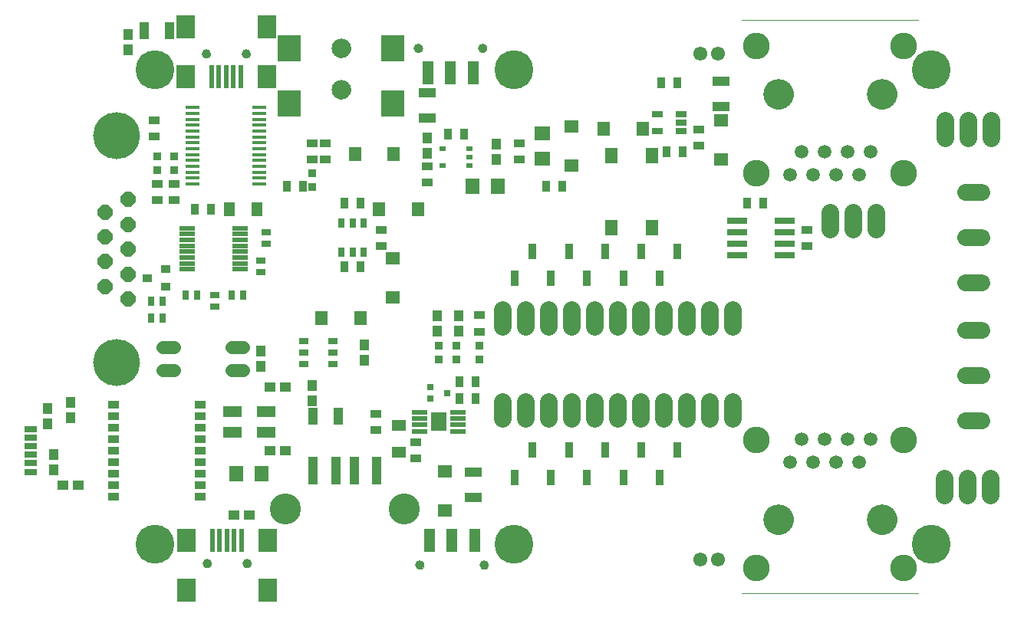
<source format=gts>
G75*
G70*
%OFA0B0*%
%FSLAX24Y24*%
%IPPOS*%
%LPD*%
%AMOC8*
5,1,8,0,0,1.08239X$1,22.5*
%
%ADD10R,0.0985X0.1142*%
%ADD11C,0.0000*%
%ADD12C,0.0840*%
%ADD13R,0.0540X0.0619*%
%ADD14R,0.0591X0.0670*%
%ADD15R,0.0670X0.0591*%
%ADD16R,0.0512X0.0355*%
%ADD17R,0.0355X0.0512*%
%ADD18R,0.0749X0.0434*%
%ADD19R,0.0237X0.1024*%
%ADD20R,0.0827X0.1024*%
%ADD21C,0.0394*%
%ADD22R,0.0434X0.0473*%
%ADD23R,0.0434X0.0749*%
%ADD24C,0.0610*%
%ADD25R,0.0619X0.0540*%
%ADD26R,0.0414X0.0276*%
%ADD27C,0.1350*%
%ADD28R,0.0394X0.1221*%
%ADD29R,0.0473X0.0434*%
%ADD30R,0.0512X0.1024*%
%ADD31OC8,0.0640*%
%ADD32C,0.2040*%
%ADD33R,0.0394X0.0316*%
%ADD34R,0.0316X0.0394*%
%ADD35R,0.0296X0.0237*%
%ADD36R,0.0670X0.0197*%
%ADD37R,0.0658X0.0784*%
%ADD38C,0.0319*%
%ADD39R,0.0591X0.0512*%
%ADD40R,0.0316X0.0316*%
%ADD41R,0.0276X0.0414*%
%ADD42R,0.0375X0.0709*%
%ADD43R,0.0590X0.0177*%
%ADD44R,0.0552X0.0650*%
%ADD45C,0.0780*%
%ADD46R,0.0355X0.0355*%
%ADD47R,0.0910X0.0280*%
%ADD48R,0.0512X0.0591*%
%ADD49C,0.0745*%
%ADD50R,0.0512X0.0257*%
%ADD51C,0.0004*%
%ADD52C,0.0594*%
%ADD53C,0.1162*%
%ADD54C,0.1320*%
%ADD55R,0.0490X0.0340*%
%ADD56R,0.0540X0.0292*%
%ADD57R,0.0788X0.0473*%
%ADD58C,0.0560*%
%ADD59R,0.0394X0.0355*%
%ADD60C,0.1690*%
D10*
X014686Y039848D03*
X014686Y042250D03*
X019174Y042250D03*
X019174Y039848D03*
D11*
X020105Y042250D02*
X020107Y042276D01*
X020113Y042302D01*
X020123Y042327D01*
X020136Y042350D01*
X020152Y042370D01*
X020172Y042388D01*
X020194Y042403D01*
X020217Y042415D01*
X020243Y042423D01*
X020269Y042427D01*
X020295Y042427D01*
X020321Y042423D01*
X020347Y042415D01*
X020371Y042403D01*
X020392Y042388D01*
X020412Y042370D01*
X020428Y042350D01*
X020441Y042327D01*
X020451Y042302D01*
X020457Y042276D01*
X020459Y042250D01*
X020457Y042224D01*
X020451Y042198D01*
X020441Y042173D01*
X020428Y042150D01*
X020412Y042130D01*
X020392Y042112D01*
X020370Y042097D01*
X020347Y042085D01*
X020321Y042077D01*
X020295Y042073D01*
X020269Y042073D01*
X020243Y042077D01*
X020217Y042085D01*
X020193Y042097D01*
X020172Y042112D01*
X020152Y042130D01*
X020136Y042150D01*
X020123Y042173D01*
X020113Y042198D01*
X020107Y042224D01*
X020105Y042250D01*
X022901Y042250D02*
X022903Y042276D01*
X022909Y042302D01*
X022919Y042327D01*
X022932Y042350D01*
X022948Y042370D01*
X022968Y042388D01*
X022990Y042403D01*
X023013Y042415D01*
X023039Y042423D01*
X023065Y042427D01*
X023091Y042427D01*
X023117Y042423D01*
X023143Y042415D01*
X023167Y042403D01*
X023188Y042388D01*
X023208Y042370D01*
X023224Y042350D01*
X023237Y042327D01*
X023247Y042302D01*
X023253Y042276D01*
X023255Y042250D01*
X023253Y042224D01*
X023247Y042198D01*
X023237Y042173D01*
X023224Y042150D01*
X023208Y042130D01*
X023188Y042112D01*
X023166Y042097D01*
X023143Y042085D01*
X023117Y042077D01*
X023091Y042073D01*
X023065Y042073D01*
X023039Y042077D01*
X023013Y042085D01*
X022989Y042097D01*
X022968Y042112D01*
X022948Y042130D01*
X022932Y042150D01*
X022919Y042173D01*
X022909Y042198D01*
X022903Y042224D01*
X022901Y042250D01*
X016530Y042250D02*
X016532Y042290D01*
X016538Y042329D01*
X016548Y042368D01*
X016561Y042405D01*
X016579Y042441D01*
X016600Y042475D01*
X016624Y042507D01*
X016651Y042536D01*
X016681Y042563D01*
X016713Y042586D01*
X016748Y042606D01*
X016784Y042622D01*
X016822Y042635D01*
X016861Y042644D01*
X016900Y042649D01*
X016940Y042650D01*
X016980Y042647D01*
X017019Y042640D01*
X017057Y042629D01*
X017095Y042615D01*
X017130Y042596D01*
X017163Y042575D01*
X017195Y042550D01*
X017223Y042522D01*
X017249Y042492D01*
X017271Y042459D01*
X017290Y042424D01*
X017306Y042387D01*
X017318Y042349D01*
X017326Y042310D01*
X017330Y042270D01*
X017330Y042230D01*
X017326Y042190D01*
X017318Y042151D01*
X017306Y042113D01*
X017290Y042076D01*
X017271Y042041D01*
X017249Y042008D01*
X017223Y041978D01*
X017195Y041950D01*
X017163Y041925D01*
X017130Y041904D01*
X017095Y041885D01*
X017057Y041871D01*
X017019Y041860D01*
X016980Y041853D01*
X016940Y041850D01*
X016900Y041851D01*
X016861Y041856D01*
X016822Y041865D01*
X016784Y041878D01*
X016748Y041894D01*
X016713Y041914D01*
X016681Y041937D01*
X016651Y041964D01*
X016624Y041993D01*
X016600Y042025D01*
X016579Y042059D01*
X016561Y042095D01*
X016548Y042132D01*
X016538Y042171D01*
X016532Y042210D01*
X016530Y042250D01*
X016530Y040450D02*
X016532Y040490D01*
X016538Y040529D01*
X016548Y040568D01*
X016561Y040605D01*
X016579Y040641D01*
X016600Y040675D01*
X016624Y040707D01*
X016651Y040736D01*
X016681Y040763D01*
X016713Y040786D01*
X016748Y040806D01*
X016784Y040822D01*
X016822Y040835D01*
X016861Y040844D01*
X016900Y040849D01*
X016940Y040850D01*
X016980Y040847D01*
X017019Y040840D01*
X017057Y040829D01*
X017095Y040815D01*
X017130Y040796D01*
X017163Y040775D01*
X017195Y040750D01*
X017223Y040722D01*
X017249Y040692D01*
X017271Y040659D01*
X017290Y040624D01*
X017306Y040587D01*
X017318Y040549D01*
X017326Y040510D01*
X017330Y040470D01*
X017330Y040430D01*
X017326Y040390D01*
X017318Y040351D01*
X017306Y040313D01*
X017290Y040276D01*
X017271Y040241D01*
X017249Y040208D01*
X017223Y040178D01*
X017195Y040150D01*
X017163Y040125D01*
X017130Y040104D01*
X017095Y040085D01*
X017057Y040071D01*
X017019Y040060D01*
X016980Y040053D01*
X016940Y040050D01*
X016900Y040051D01*
X016861Y040056D01*
X016822Y040065D01*
X016784Y040078D01*
X016748Y040094D01*
X016713Y040114D01*
X016681Y040137D01*
X016651Y040164D01*
X016624Y040193D01*
X016600Y040225D01*
X016579Y040259D01*
X016561Y040295D01*
X016548Y040332D01*
X016538Y040371D01*
X016532Y040410D01*
X016530Y040450D01*
X012619Y042000D02*
X012621Y042026D01*
X012627Y042052D01*
X012637Y042077D01*
X012650Y042100D01*
X012666Y042120D01*
X012686Y042138D01*
X012708Y042153D01*
X012731Y042165D01*
X012757Y042173D01*
X012783Y042177D01*
X012809Y042177D01*
X012835Y042173D01*
X012861Y042165D01*
X012885Y042153D01*
X012906Y042138D01*
X012926Y042120D01*
X012942Y042100D01*
X012955Y042077D01*
X012965Y042052D01*
X012971Y042026D01*
X012973Y042000D01*
X012971Y041974D01*
X012965Y041948D01*
X012955Y041923D01*
X012942Y041900D01*
X012926Y041880D01*
X012906Y041862D01*
X012884Y041847D01*
X012861Y041835D01*
X012835Y041827D01*
X012809Y041823D01*
X012783Y041823D01*
X012757Y041827D01*
X012731Y041835D01*
X012707Y041847D01*
X012686Y041862D01*
X012666Y041880D01*
X012650Y041900D01*
X012637Y041923D01*
X012627Y041948D01*
X012621Y041974D01*
X012619Y042000D01*
X010887Y042000D02*
X010889Y042026D01*
X010895Y042052D01*
X010905Y042077D01*
X010918Y042100D01*
X010934Y042120D01*
X010954Y042138D01*
X010976Y042153D01*
X010999Y042165D01*
X011025Y042173D01*
X011051Y042177D01*
X011077Y042177D01*
X011103Y042173D01*
X011129Y042165D01*
X011153Y042153D01*
X011174Y042138D01*
X011194Y042120D01*
X011210Y042100D01*
X011223Y042077D01*
X011233Y042052D01*
X011239Y042026D01*
X011241Y042000D01*
X011239Y041974D01*
X011233Y041948D01*
X011223Y041923D01*
X011210Y041900D01*
X011194Y041880D01*
X011174Y041862D01*
X011152Y041847D01*
X011129Y041835D01*
X011103Y041827D01*
X011077Y041823D01*
X011051Y041823D01*
X011025Y041827D01*
X010999Y041835D01*
X010975Y041847D01*
X010954Y041862D01*
X010934Y041880D01*
X010918Y041900D01*
X010905Y041923D01*
X010895Y041948D01*
X010889Y041974D01*
X010887Y042000D01*
X010926Y019839D02*
X010928Y019865D01*
X010934Y019891D01*
X010944Y019916D01*
X010957Y019939D01*
X010973Y019959D01*
X010993Y019977D01*
X011015Y019992D01*
X011038Y020004D01*
X011064Y020012D01*
X011090Y020016D01*
X011116Y020016D01*
X011142Y020012D01*
X011168Y020004D01*
X011192Y019992D01*
X011213Y019977D01*
X011233Y019959D01*
X011249Y019939D01*
X011262Y019916D01*
X011272Y019891D01*
X011278Y019865D01*
X011280Y019839D01*
X011278Y019813D01*
X011272Y019787D01*
X011262Y019762D01*
X011249Y019739D01*
X011233Y019719D01*
X011213Y019701D01*
X011191Y019686D01*
X011168Y019674D01*
X011142Y019666D01*
X011116Y019662D01*
X011090Y019662D01*
X011064Y019666D01*
X011038Y019674D01*
X011014Y019686D01*
X010993Y019701D01*
X010973Y019719D01*
X010957Y019739D01*
X010944Y019762D01*
X010934Y019787D01*
X010928Y019813D01*
X010926Y019839D01*
X012659Y019839D02*
X012661Y019865D01*
X012667Y019891D01*
X012677Y019916D01*
X012690Y019939D01*
X012706Y019959D01*
X012726Y019977D01*
X012748Y019992D01*
X012771Y020004D01*
X012797Y020012D01*
X012823Y020016D01*
X012849Y020016D01*
X012875Y020012D01*
X012901Y020004D01*
X012925Y019992D01*
X012946Y019977D01*
X012966Y019959D01*
X012982Y019939D01*
X012995Y019916D01*
X013005Y019891D01*
X013011Y019865D01*
X013013Y019839D01*
X013011Y019813D01*
X013005Y019787D01*
X012995Y019762D01*
X012982Y019739D01*
X012966Y019719D01*
X012946Y019701D01*
X012924Y019686D01*
X012901Y019674D01*
X012875Y019666D01*
X012849Y019662D01*
X012823Y019662D01*
X012797Y019666D01*
X012771Y019674D01*
X012747Y019686D01*
X012726Y019701D01*
X012706Y019719D01*
X012690Y019739D01*
X012677Y019762D01*
X012667Y019787D01*
X012661Y019813D01*
X012659Y019839D01*
X020170Y019770D02*
X020172Y019796D01*
X020178Y019822D01*
X020188Y019847D01*
X020201Y019870D01*
X020217Y019890D01*
X020237Y019908D01*
X020259Y019923D01*
X020282Y019935D01*
X020308Y019943D01*
X020334Y019947D01*
X020360Y019947D01*
X020386Y019943D01*
X020412Y019935D01*
X020436Y019923D01*
X020457Y019908D01*
X020477Y019890D01*
X020493Y019870D01*
X020506Y019847D01*
X020516Y019822D01*
X020522Y019796D01*
X020524Y019770D01*
X020522Y019744D01*
X020516Y019718D01*
X020506Y019693D01*
X020493Y019670D01*
X020477Y019650D01*
X020457Y019632D01*
X020435Y019617D01*
X020412Y019605D01*
X020386Y019597D01*
X020360Y019593D01*
X020334Y019593D01*
X020308Y019597D01*
X020282Y019605D01*
X020258Y019617D01*
X020237Y019632D01*
X020217Y019650D01*
X020201Y019670D01*
X020188Y019693D01*
X020178Y019718D01*
X020172Y019744D01*
X020170Y019770D01*
X022966Y019770D02*
X022968Y019796D01*
X022974Y019822D01*
X022984Y019847D01*
X022997Y019870D01*
X023013Y019890D01*
X023033Y019908D01*
X023055Y019923D01*
X023078Y019935D01*
X023104Y019943D01*
X023130Y019947D01*
X023156Y019947D01*
X023182Y019943D01*
X023208Y019935D01*
X023232Y019923D01*
X023253Y019908D01*
X023273Y019890D01*
X023289Y019870D01*
X023302Y019847D01*
X023312Y019822D01*
X023318Y019796D01*
X023320Y019770D01*
X023318Y019744D01*
X023312Y019718D01*
X023302Y019693D01*
X023289Y019670D01*
X023273Y019650D01*
X023253Y019632D01*
X023231Y019617D01*
X023208Y019605D01*
X023182Y019597D01*
X023156Y019593D01*
X023130Y019593D01*
X023104Y019597D01*
X023078Y019605D01*
X023054Y019617D01*
X023033Y019632D01*
X023013Y019650D01*
X022997Y019670D01*
X022984Y019693D01*
X022974Y019718D01*
X022968Y019744D01*
X022966Y019770D01*
X035290Y021750D02*
X035292Y021800D01*
X035298Y021850D01*
X035308Y021899D01*
X035321Y021948D01*
X035339Y021995D01*
X035360Y022041D01*
X035384Y022084D01*
X035412Y022126D01*
X035443Y022166D01*
X035477Y022203D01*
X035514Y022237D01*
X035554Y022268D01*
X035596Y022296D01*
X035639Y022320D01*
X035685Y022341D01*
X035732Y022359D01*
X035781Y022372D01*
X035830Y022382D01*
X035880Y022388D01*
X035930Y022390D01*
X035980Y022388D01*
X036030Y022382D01*
X036079Y022372D01*
X036128Y022359D01*
X036175Y022341D01*
X036221Y022320D01*
X036264Y022296D01*
X036306Y022268D01*
X036346Y022237D01*
X036383Y022203D01*
X036417Y022166D01*
X036448Y022126D01*
X036476Y022084D01*
X036500Y022041D01*
X036521Y021995D01*
X036539Y021948D01*
X036552Y021899D01*
X036562Y021850D01*
X036568Y021800D01*
X036570Y021750D01*
X036568Y021700D01*
X036562Y021650D01*
X036552Y021601D01*
X036539Y021552D01*
X036521Y021505D01*
X036500Y021459D01*
X036476Y021416D01*
X036448Y021374D01*
X036417Y021334D01*
X036383Y021297D01*
X036346Y021263D01*
X036306Y021232D01*
X036264Y021204D01*
X036221Y021180D01*
X036175Y021159D01*
X036128Y021141D01*
X036079Y021128D01*
X036030Y021118D01*
X035980Y021112D01*
X035930Y021110D01*
X035880Y021112D01*
X035830Y021118D01*
X035781Y021128D01*
X035732Y021141D01*
X035685Y021159D01*
X035639Y021180D01*
X035596Y021204D01*
X035554Y021232D01*
X035514Y021263D01*
X035477Y021297D01*
X035443Y021334D01*
X035412Y021374D01*
X035384Y021416D01*
X035360Y021459D01*
X035339Y021505D01*
X035321Y021552D01*
X035308Y021601D01*
X035298Y021650D01*
X035292Y021700D01*
X035290Y021750D01*
X039790Y021750D02*
X039792Y021800D01*
X039798Y021850D01*
X039808Y021899D01*
X039821Y021948D01*
X039839Y021995D01*
X039860Y022041D01*
X039884Y022084D01*
X039912Y022126D01*
X039943Y022166D01*
X039977Y022203D01*
X040014Y022237D01*
X040054Y022268D01*
X040096Y022296D01*
X040139Y022320D01*
X040185Y022341D01*
X040232Y022359D01*
X040281Y022372D01*
X040330Y022382D01*
X040380Y022388D01*
X040430Y022390D01*
X040480Y022388D01*
X040530Y022382D01*
X040579Y022372D01*
X040628Y022359D01*
X040675Y022341D01*
X040721Y022320D01*
X040764Y022296D01*
X040806Y022268D01*
X040846Y022237D01*
X040883Y022203D01*
X040917Y022166D01*
X040948Y022126D01*
X040976Y022084D01*
X041000Y022041D01*
X041021Y021995D01*
X041039Y021948D01*
X041052Y021899D01*
X041062Y021850D01*
X041068Y021800D01*
X041070Y021750D01*
X041068Y021700D01*
X041062Y021650D01*
X041052Y021601D01*
X041039Y021552D01*
X041021Y021505D01*
X041000Y021459D01*
X040976Y021416D01*
X040948Y021374D01*
X040917Y021334D01*
X040883Y021297D01*
X040846Y021263D01*
X040806Y021232D01*
X040764Y021204D01*
X040721Y021180D01*
X040675Y021159D01*
X040628Y021141D01*
X040579Y021128D01*
X040530Y021118D01*
X040480Y021112D01*
X040430Y021110D01*
X040380Y021112D01*
X040330Y021118D01*
X040281Y021128D01*
X040232Y021141D01*
X040185Y021159D01*
X040139Y021180D01*
X040096Y021204D01*
X040054Y021232D01*
X040014Y021263D01*
X039977Y021297D01*
X039943Y021334D01*
X039912Y021374D01*
X039884Y021416D01*
X039860Y021459D01*
X039839Y021505D01*
X039821Y021552D01*
X039808Y021601D01*
X039798Y021650D01*
X039792Y021700D01*
X039790Y021750D01*
X039790Y040250D02*
X039792Y040300D01*
X039798Y040350D01*
X039808Y040399D01*
X039821Y040448D01*
X039839Y040495D01*
X039860Y040541D01*
X039884Y040584D01*
X039912Y040626D01*
X039943Y040666D01*
X039977Y040703D01*
X040014Y040737D01*
X040054Y040768D01*
X040096Y040796D01*
X040139Y040820D01*
X040185Y040841D01*
X040232Y040859D01*
X040281Y040872D01*
X040330Y040882D01*
X040380Y040888D01*
X040430Y040890D01*
X040480Y040888D01*
X040530Y040882D01*
X040579Y040872D01*
X040628Y040859D01*
X040675Y040841D01*
X040721Y040820D01*
X040764Y040796D01*
X040806Y040768D01*
X040846Y040737D01*
X040883Y040703D01*
X040917Y040666D01*
X040948Y040626D01*
X040976Y040584D01*
X041000Y040541D01*
X041021Y040495D01*
X041039Y040448D01*
X041052Y040399D01*
X041062Y040350D01*
X041068Y040300D01*
X041070Y040250D01*
X041068Y040200D01*
X041062Y040150D01*
X041052Y040101D01*
X041039Y040052D01*
X041021Y040005D01*
X041000Y039959D01*
X040976Y039916D01*
X040948Y039874D01*
X040917Y039834D01*
X040883Y039797D01*
X040846Y039763D01*
X040806Y039732D01*
X040764Y039704D01*
X040721Y039680D01*
X040675Y039659D01*
X040628Y039641D01*
X040579Y039628D01*
X040530Y039618D01*
X040480Y039612D01*
X040430Y039610D01*
X040380Y039612D01*
X040330Y039618D01*
X040281Y039628D01*
X040232Y039641D01*
X040185Y039659D01*
X040139Y039680D01*
X040096Y039704D01*
X040054Y039732D01*
X040014Y039763D01*
X039977Y039797D01*
X039943Y039834D01*
X039912Y039874D01*
X039884Y039916D01*
X039860Y039959D01*
X039839Y040005D01*
X039821Y040052D01*
X039808Y040101D01*
X039798Y040150D01*
X039792Y040200D01*
X039790Y040250D01*
X035290Y040250D02*
X035292Y040300D01*
X035298Y040350D01*
X035308Y040399D01*
X035321Y040448D01*
X035339Y040495D01*
X035360Y040541D01*
X035384Y040584D01*
X035412Y040626D01*
X035443Y040666D01*
X035477Y040703D01*
X035514Y040737D01*
X035554Y040768D01*
X035596Y040796D01*
X035639Y040820D01*
X035685Y040841D01*
X035732Y040859D01*
X035781Y040872D01*
X035830Y040882D01*
X035880Y040888D01*
X035930Y040890D01*
X035980Y040888D01*
X036030Y040882D01*
X036079Y040872D01*
X036128Y040859D01*
X036175Y040841D01*
X036221Y040820D01*
X036264Y040796D01*
X036306Y040768D01*
X036346Y040737D01*
X036383Y040703D01*
X036417Y040666D01*
X036448Y040626D01*
X036476Y040584D01*
X036500Y040541D01*
X036521Y040495D01*
X036539Y040448D01*
X036552Y040399D01*
X036562Y040350D01*
X036568Y040300D01*
X036570Y040250D01*
X036568Y040200D01*
X036562Y040150D01*
X036552Y040101D01*
X036539Y040052D01*
X036521Y040005D01*
X036500Y039959D01*
X036476Y039916D01*
X036448Y039874D01*
X036417Y039834D01*
X036383Y039797D01*
X036346Y039763D01*
X036306Y039732D01*
X036264Y039704D01*
X036221Y039680D01*
X036175Y039659D01*
X036128Y039641D01*
X036079Y039628D01*
X036030Y039618D01*
X035980Y039612D01*
X035930Y039610D01*
X035880Y039612D01*
X035830Y039618D01*
X035781Y039628D01*
X035732Y039641D01*
X035685Y039659D01*
X035639Y039680D01*
X035596Y039704D01*
X035554Y039732D01*
X035514Y039763D01*
X035477Y039797D01*
X035443Y039834D01*
X035412Y039874D01*
X035384Y039916D01*
X035360Y039959D01*
X035339Y040005D01*
X035321Y040052D01*
X035308Y040101D01*
X035298Y040150D01*
X035292Y040200D01*
X035290Y040250D01*
D12*
X016930Y040450D03*
X016930Y042250D03*
D13*
X017526Y037656D03*
X019219Y037656D03*
X018584Y035250D03*
X020276Y035250D03*
X017776Y030500D03*
X016084Y030500D03*
X028334Y038750D03*
X030026Y038750D03*
D14*
X023731Y036250D03*
X022629Y036250D03*
X013481Y023750D03*
X012379Y023750D03*
D15*
X025680Y037449D03*
X025680Y038551D03*
D16*
X024680Y038104D03*
X024680Y037396D03*
X020680Y037104D03*
X020680Y036396D03*
X018680Y034354D03*
X018680Y033646D03*
X016239Y037396D03*
X015680Y037396D03*
X015680Y038104D03*
X016239Y038104D03*
X009680Y036354D03*
X009680Y035646D03*
X008930Y035646D03*
X008930Y036354D03*
X008798Y038396D03*
X008798Y039104D03*
X018430Y026354D03*
X018430Y025646D03*
X020180Y025104D03*
X020180Y024396D03*
X022930Y029917D03*
X022930Y030626D03*
X032475Y038002D03*
X032475Y038711D03*
X037180Y034354D03*
X037180Y033646D03*
D17*
X035284Y035500D03*
X034576Y035500D03*
X031784Y037750D03*
X031076Y037750D03*
X030826Y040750D03*
X031534Y040750D03*
X026534Y036250D03*
X025826Y036250D03*
X022284Y038500D03*
X021576Y038500D03*
X017784Y035500D03*
X017076Y035500D03*
X015284Y036250D03*
X014576Y036250D03*
X011284Y035250D03*
X010576Y035250D03*
X017076Y032750D03*
X017784Y032750D03*
X022076Y027750D03*
X022784Y027750D03*
X022784Y027000D03*
X022076Y027000D03*
D18*
X022680Y023801D03*
X022680Y022699D03*
X020680Y039199D03*
X020680Y040301D03*
X033430Y040801D03*
X033430Y039699D03*
D19*
X012560Y041016D03*
X012245Y041016D03*
X011930Y041016D03*
X011615Y041016D03*
X011300Y041016D03*
X011339Y020823D03*
X011654Y020823D03*
X011969Y020823D03*
X012284Y020823D03*
X012599Y020823D03*
D20*
X010198Y018657D03*
X010198Y020823D03*
X013741Y020823D03*
X013741Y018657D03*
X013702Y041016D03*
X013702Y043181D03*
X010158Y043181D03*
X010158Y041016D03*
D21*
X011064Y042000D03*
X012796Y042000D03*
X020282Y042250D03*
X023078Y042250D03*
X023143Y019770D03*
X020347Y019770D03*
X012836Y019839D03*
X011103Y019839D03*
D22*
X004430Y023915D03*
X004430Y024585D03*
X004180Y025915D03*
X004180Y026585D03*
X005180Y026835D03*
X005180Y026165D03*
X013430Y028415D03*
X013430Y029085D03*
X015680Y027585D03*
X015680Y026915D03*
X017930Y028665D03*
X017930Y029335D03*
X021107Y029935D03*
X021107Y030604D03*
X022034Y030614D03*
X022034Y029945D03*
X023680Y037415D03*
X023680Y038085D03*
X020680Y038335D03*
X020680Y037665D03*
X007680Y042165D03*
X007680Y042835D03*
D23*
X008379Y043000D03*
X009481Y043000D03*
X015721Y026250D03*
X016824Y026250D03*
D24*
X032536Y020000D03*
X033324Y020000D03*
X033324Y042000D03*
X032536Y042000D03*
D25*
X033430Y039096D03*
X033430Y037404D03*
X026930Y037154D03*
X026930Y038846D03*
X019180Y033096D03*
X019180Y031404D03*
X021430Y023846D03*
X021430Y022154D03*
D26*
X016560Y028508D03*
X016560Y029000D03*
X016560Y029492D03*
X015300Y029492D03*
X015300Y029000D03*
X015300Y028508D03*
D27*
X014516Y022220D03*
X019686Y022220D03*
D28*
X018479Y023879D03*
X017495Y023879D03*
X016708Y023879D03*
X015723Y023879D03*
D29*
X014515Y024750D03*
X013845Y024750D03*
X012942Y021945D03*
X012273Y021945D03*
X013845Y027500D03*
X014515Y027500D03*
X005515Y023250D03*
X004845Y023250D03*
D30*
X020761Y020852D03*
X021745Y020852D03*
X022729Y020852D03*
X022664Y041167D03*
X021680Y041167D03*
X020696Y041167D03*
D31*
X007680Y035660D03*
X007680Y034580D03*
X006680Y034040D03*
X006680Y035120D03*
X007680Y033500D03*
X007680Y032420D03*
X007680Y031340D03*
X006680Y031880D03*
X006680Y032960D03*
D32*
X007180Y028570D03*
X007180Y038430D03*
D33*
X013680Y034256D03*
X013680Y033744D03*
X013430Y033006D03*
X013430Y032494D03*
X011430Y031506D03*
X011430Y030994D03*
D34*
X012174Y031500D03*
X012686Y031500D03*
X010686Y031500D03*
X010174Y031500D03*
X009186Y031250D03*
X008674Y031250D03*
X008674Y030500D03*
X009186Y030500D03*
D35*
X021339Y037126D03*
X021339Y037874D03*
X022521Y037874D03*
X022521Y037500D03*
X022521Y037126D03*
D36*
X012552Y034415D03*
X012552Y034159D03*
X012552Y033904D03*
X012552Y033648D03*
X012552Y033392D03*
X012552Y033136D03*
X012552Y032880D03*
X012552Y032624D03*
X010229Y032624D03*
X010229Y032880D03*
X010229Y033136D03*
X010229Y033392D03*
X010229Y033648D03*
X010229Y033904D03*
X010229Y034159D03*
X010229Y034415D03*
X020353Y026413D03*
X020353Y026138D03*
X020353Y025862D03*
X020353Y025587D03*
X022007Y025587D03*
X022007Y025862D03*
X022007Y026138D03*
X022007Y026413D03*
D37*
X021180Y026000D03*
D38*
X021180Y026000D03*
X021357Y025764D03*
X021003Y025764D03*
X021003Y026236D03*
X021357Y026236D03*
D39*
X019430Y025841D03*
X019430Y024659D03*
D40*
X020816Y026994D03*
X020816Y027506D03*
X021544Y027250D03*
D41*
X017922Y033370D03*
X017430Y033370D03*
X016938Y033370D03*
X016938Y034630D03*
X017430Y034630D03*
X017922Y034630D03*
D42*
X024467Y032240D03*
X025255Y033421D03*
X026042Y032240D03*
X026830Y033421D03*
X027617Y032240D03*
X028404Y033421D03*
X029192Y032240D03*
X029979Y033421D03*
X030767Y032240D03*
X031554Y033421D03*
X031554Y024760D03*
X030767Y023579D03*
X029979Y024760D03*
X029192Y023579D03*
X028404Y024760D03*
X027617Y023579D03*
X026830Y024760D03*
X026042Y023579D03*
X025255Y024760D03*
X024467Y023579D03*
D43*
X013369Y036337D03*
X013369Y036593D03*
X013369Y036848D03*
X013369Y037104D03*
X013369Y037360D03*
X013369Y037616D03*
X013369Y037872D03*
X013369Y038128D03*
X013369Y038384D03*
X013369Y038640D03*
X013369Y038896D03*
X013369Y039152D03*
X013369Y039407D03*
X013369Y039663D03*
X010491Y039663D03*
X010491Y039407D03*
X010491Y039152D03*
X010491Y038896D03*
X010491Y038640D03*
X010491Y038384D03*
X010491Y038128D03*
X010491Y037872D03*
X010491Y037616D03*
X010491Y037360D03*
X010491Y037104D03*
X010491Y036848D03*
X010491Y036593D03*
X010491Y036337D03*
D44*
X028662Y037565D03*
X030434Y037565D03*
X030434Y034435D03*
X028662Y034435D03*
D45*
X028930Y030870D02*
X028930Y030130D01*
X027930Y030130D02*
X027930Y030870D01*
X026930Y030870D02*
X026930Y030130D01*
X025930Y030130D02*
X025930Y030870D01*
X024930Y030870D02*
X024930Y030130D01*
X023930Y030130D02*
X023930Y030870D01*
X023930Y026870D02*
X023930Y026130D01*
X024930Y026130D02*
X024930Y026870D01*
X025930Y026870D02*
X025930Y026130D01*
X026930Y026130D02*
X026930Y026870D01*
X027930Y026870D02*
X027930Y026130D01*
X028930Y026130D02*
X028930Y026870D01*
X029930Y026870D02*
X029930Y026130D01*
X030930Y026130D02*
X030930Y026870D01*
X031930Y026870D02*
X031930Y026130D01*
X032930Y026130D02*
X032930Y026870D01*
X033930Y026870D02*
X033930Y026130D01*
X033930Y030130D02*
X033930Y030870D01*
X032930Y030870D02*
X032930Y030130D01*
X031930Y030130D02*
X031930Y030870D01*
X030930Y030870D02*
X030930Y030130D01*
X029930Y030130D02*
X029930Y030870D01*
X038180Y034380D02*
X038180Y035120D01*
X039180Y035120D02*
X039180Y034380D01*
X040180Y034380D02*
X040180Y035120D01*
X043180Y038355D02*
X043180Y039095D01*
X044180Y039095D02*
X044180Y038355D01*
X045180Y038355D02*
X045180Y039095D01*
X045155Y023545D02*
X045155Y022805D01*
X044155Y022805D02*
X044155Y023545D01*
X043155Y023545D02*
X043155Y022805D01*
D46*
X022930Y028705D03*
X022930Y029295D03*
X021930Y029295D03*
X021930Y028705D03*
X021180Y028705D03*
X021180Y029295D03*
X015680Y036205D03*
X015680Y036795D03*
X009680Y036955D03*
X009680Y037545D03*
X008930Y037545D03*
X008930Y036955D03*
D47*
X034150Y034750D03*
X034150Y034250D03*
X034150Y033750D03*
X034150Y033250D03*
X036210Y033250D03*
X036210Y033750D03*
X036210Y034250D03*
X036210Y034750D03*
D48*
X013271Y035250D03*
X012089Y035250D03*
D49*
X044070Y035969D02*
X044775Y035969D01*
X044775Y034000D02*
X044070Y034000D01*
X044070Y032031D02*
X044775Y032031D01*
X044775Y029969D02*
X044070Y029969D01*
X044070Y028000D02*
X044775Y028000D01*
X044775Y026031D02*
X044070Y026031D01*
D50*
X031692Y038626D03*
X031692Y039000D03*
X031692Y039374D03*
X030668Y039374D03*
X030668Y038626D03*
D51*
X034355Y043470D02*
X042005Y043470D01*
X042005Y018530D02*
X034355Y018530D01*
D52*
X036430Y024250D03*
X037430Y024250D03*
X038430Y024250D03*
X039430Y024250D03*
X038930Y025250D03*
X037930Y025250D03*
X036930Y025250D03*
X039930Y025250D03*
X039430Y036750D03*
X038430Y036750D03*
X037430Y036750D03*
X036430Y036750D03*
X036930Y037750D03*
X037930Y037750D03*
X038930Y037750D03*
X039930Y037750D03*
D53*
X041380Y036801D03*
X041380Y042348D03*
X034980Y042348D03*
X034980Y036801D03*
X034980Y025199D03*
X034980Y019652D03*
X041380Y019652D03*
X041380Y025199D03*
D54*
X040430Y021750D03*
X035930Y021750D03*
X035930Y040250D03*
X040430Y040250D03*
D55*
X010815Y026750D03*
X010815Y026250D03*
X010815Y025750D03*
X010815Y025250D03*
X010815Y024750D03*
X010815Y024250D03*
X010815Y023750D03*
X010815Y023250D03*
X010815Y022750D03*
X007045Y022750D03*
X007045Y023250D03*
X007045Y023750D03*
X007045Y024250D03*
X007045Y024750D03*
X007045Y025250D03*
X007045Y025750D03*
X007045Y026250D03*
X007045Y026750D03*
D56*
X003438Y025687D03*
X003438Y025313D03*
X003438Y024939D03*
X003438Y024565D03*
X003438Y024191D03*
X003438Y023817D03*
D57*
X012202Y025547D03*
X012202Y026453D03*
X013658Y026453D03*
X013658Y025547D03*
D58*
X012690Y028250D02*
X012170Y028250D01*
X012170Y029250D02*
X012690Y029250D01*
X009690Y029250D02*
X009170Y029250D01*
X009170Y028250D02*
X009690Y028250D01*
D59*
X009324Y031876D03*
X009324Y032624D03*
X008497Y032250D03*
D60*
X008830Y041320D03*
X024450Y041320D03*
X042580Y041320D03*
X042580Y020680D03*
X024450Y020680D03*
X008830Y020680D03*
M02*

</source>
